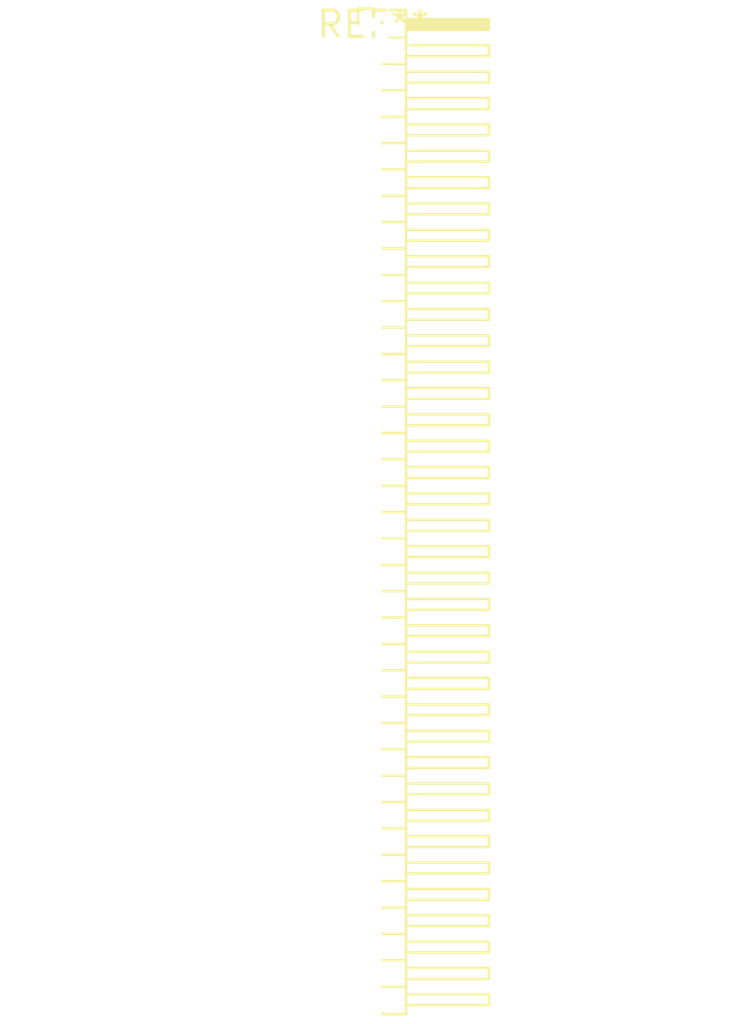
<source format=kicad_pcb>
(kicad_pcb (version 20240108) (generator pcbnew)
  (layers (0 "F.Cu" signal) (31 "B.Cu" signal) (34 "B.Paste" user) (35 "F.Paste" user) (36 "B.SilkS" user "B.Silkscreen") (37 "F.SilkS" user "F.Silkscreen") (38 "B.Mask" user) (39 "F.Mask" user) (44 "Edge.Cuts" user))
  (net 0 "")
  (footprint "PinHeader_1x38_P1.27mm_Horizontal" (layer "F.Cu") (at 0 0)
    (property "Reference" "REF**")
    (property "Value" "PinHeader_1x38_P1.27mm_Horizontal")
    (fp_line (start -0.76 -0.76) (end 0 -0.76) (layer "F.SilkS") (stroke (width 0.12)))
    (fp_line (start -0.76 0) (end -0.76 -0.76) (layer "F.SilkS") (stroke (width 0.12)))
    (fp_line (start 0.44 1.889677) (end 0.44 1.920323) (layer "F.SilkS") (stroke (width 0.12)))
    (fp_line (start 0.44 1.905) (end 1.56 1.905) (layer "F.SilkS") (stroke (width 0.12)))
    (fp_line (start 0.44 3.159677) (end 0.44 3.190323) (layer "F.SilkS") (stroke (width 0.12)))
    (fp_line (start 0.44 3.175) (end 1.56 3.175) (layer "F.SilkS") (stroke (width 0.12)))
    (fp_line (start 0.44 4.429677) (end 0.44 4.460323) (layer "F.SilkS") (stroke (width 0.12)))
    (fp_line (start 0.44 4.445) (end 1.56 4.445) (layer "F.SilkS") (stroke (width 0.12)))
    (fp_line (start 0.44 5.699677) (end 0.44 5.730323) (layer "F.SilkS") (stroke (width 0.12)))
    (fp_line (start 0.44 5.715) (end 1.56 5.715) (layer "F.SilkS") (stroke (width 0.12)))
    (fp_line (start 0.44 6.969677) (end 0.44 7.000323) (layer "F.SilkS") (stroke (width 0.12)))
    (fp_line (start 0.44 6.985) (end 1.56 6.985) (layer "F.SilkS") (stroke (width 0.12)))
    (fp_line (start 0.44 8.239677) (end 0.44 8.270323) (layer "F.SilkS") (stroke (width 0.12)))
    (fp_line (start 0.44 8.255) (end 1.56 8.255) (layer "F.SilkS") (stroke (width 0.12)))
    (fp_line (start 0.44 9.509677) (end 0.44 9.540323) (layer "F.SilkS") (stroke (width 0.12)))
    (fp_line (start 0.44 9.525) (end 1.56 9.525) (layer "F.SilkS") (stroke (width 0.12)))
    (fp_line (start 0.44 10.779677) (end 0.44 10.810323) (layer "F.SilkS") (stroke (width 0.12)))
    (fp_line (start 0.44 10.795) (end 1.56 10.795) (layer "F.SilkS") (stroke (width 0.12)))
    (fp_line (start 0.44 12.049677) (end 0.44 12.080323) (layer "F.SilkS") (stroke (width 0.12)))
    (fp_line (start 0.44 12.065) (end 1.56 12.065) (layer "F.SilkS") (stroke (width 0.12)))
    (fp_line (start 0.44 13.319677) (end 0.44 13.350323) (layer "F.SilkS") (stroke (width 0.12)))
    (fp_line (start 0.44 13.335) (end 1.56 13.335) (layer "F.SilkS") (stroke (width 0.12)))
    (fp_line (start 0.44 14.589677) (end 0.44 14.620323) (layer "F.SilkS") (stroke (width 0.12)))
    (fp_line (start 0.44 14.605) (end 1.56 14.605) (layer "F.SilkS") (stroke (width 0.12)))
    (fp_line (start 0.44 15.859677) (end 0.44 15.890323) (layer "F.SilkS") (stroke (width 0.12)))
    (fp_line (start 0.44 15.875) (end 1.56 15.875) (layer "F.SilkS") (stroke (width 0.12)))
    (fp_line (start 0.44 17.129677) (end 0.44 17.160323) (layer "F.SilkS") (stroke (width 0.12)))
    (fp_line (start 0.44 17.145) (end 1.56 17.145) (layer "F.SilkS") (stroke (width 0.12)))
    (fp_line (start 0.44 18.399677) (end 0.44 18.430323) (layer "F.SilkS") (stroke (width 0.12)))
    (fp_line (start 0.44 18.415) (end 1.56 18.415) (layer "F.SilkS") (stroke (width 0.12)))
    (fp_line (start 0.44 19.669677) (end 0.44 19.700323) (layer "F.SilkS") (stroke (width 0.12)))
    (fp_line (start 0.44 19.685) (end 1.56 19.685) (layer "F.SilkS") (stroke (width 0.12)))
    (fp_line (start 0.44 20.939677) (end 0.44 20.970323) (layer "F.SilkS") (stroke (width 0.12)))
    (fp_line (start 0.44 20.955) (end 1.56 20.955) (layer "F.SilkS") (stroke (width 0.12)))
    (fp_line (start 0.44 22.209677) (end 0.44 22.240323) (layer "F.SilkS") (stroke (width 0.12)))
    (fp_line (start 0.44 22.225) (end 1.56 22.225) (layer "F.SilkS") (stroke (width 0.12)))
    (fp_line (start 0.44 23.479677) (end 0.44 23.510323) (layer "F.SilkS") (stroke (width 0.12)))
    (fp_line (start 0.44 23.495) (end 1.56 23.495) (layer "F.SilkS") (stroke (width 0.12)))
    (fp_line (start 0.44 24.749677) (end 0.44 24.780323) (layer "F.SilkS") (stroke (width 0.12)))
    (fp_line (start 0.44 24.765) (end 1.56 24.765) (layer "F.SilkS") (stroke (width 0.12)))
    (fp_line (start 0.44 26.019677) (end 0.44 26.050323) (layer "F.SilkS") (stroke (width 0.12)))
    (fp_line (start 0.44 26.035) (end 1.56 26.035) (layer "F.SilkS") (stroke (width 0.12)))
    (fp_line (start 0.44 27.289677) (end 0.44 27.320323) (layer "F.SilkS") (stroke (width 0.12)))
    (fp_line (start 0.44 27.305) (end 1.56 27.305) (layer "F.SilkS") (stroke (width 0.12)))
    (fp_line (start 0.44 28.559677) (end 0.44 28.590323) (layer "F.SilkS") (stroke (width 0.12)))
    (fp_line (start 0.44 28.575) (end 1.56 28.575) (layer "F.SilkS") (stroke (width 0.12)))
    (fp_line (start 0.44 29.829677) (end 0.44 29.860323) (layer "F.SilkS") (stroke (width 0.12)))
    (fp_line (start 0.44 29.845) (end 1.56 29.845) (layer "F.SilkS") (stroke (width 0.12)))
    (fp_line (start 0.44 31.099677) (end 0.44 31.130323) (layer "F.SilkS") (stroke (width 0.12)))
    (fp_line (start 0.44 31.115) (end 1.56 31.115) (layer "F.SilkS") (stroke (width 0.12)))
    (fp_line (start 0.44 32.369677) (end 0.44 32.400323) (layer "F.SilkS") (stroke (width 0.12)))
    (fp_line (start 0.44 32.385) (end 1.56 32.385) (layer "F.SilkS") (stroke (width 0.12)))
    (fp_line (start 0.44 33.639677) (end 0.44 33.670323) (layer "F.SilkS") (stroke (width 0.12)))
    (fp_line (start 0.44 33.655) (end 1.56 33.655) (layer "F.SilkS") (stroke (width 0.12)))
    (fp_line (start 0.44 34.909677) (end 0.44 34.940323) (layer "F.SilkS") (stroke (width 0.12)))
    (fp_line (start 0.44 34.925) (end 1.56 34.925) (layer "F.SilkS") (stroke (width 0.12)))
    (fp_line (start 0.44 36.179677) (end 0.44 36.210323) (layer "F.SilkS") (stroke (width 0.12)))
    (fp_line (start 0.44 36.195) (end 1.56 36.195) (layer "F.SilkS") (stroke (width 0.12)))
    (fp_line (start 0.44 37.449677) (end 0.44 37.480323) (layer "F.SilkS") (stroke (width 0.12)))
    (fp_line (start 0.44 37.465) (end 1.56 37.465) (layer "F.SilkS") (stroke (width 0.12)))
    (fp_line (start 0.44 38.719677) (end 0.44 38.750323) (layer "F.SilkS") (stroke (width 0.12)))
    (fp_line (start 0.44 38.735) (end 1.56 38.735) (layer "F.SilkS") (stroke (width 0.12)))
    (fp_line (start 0.44 39.989677) (end 0.44 40.020323) (layer "F.SilkS") (stroke (width 0.12)))
    (fp_line (start 0.44 40.005) (end 1.56 40.005) (layer "F.SilkS") (stroke (width 0.12)))
    (fp_line (start 0.44 41.259677) (end 0.44 41.290323) (layer "F.SilkS") (stroke (width 0.12)))
    (fp_line (start 0.44 41.275) (end 1.56 41.275) (layer "F.SilkS") (stroke (width 0.12)))
    (fp_line (start 0.44 42.529677) (end 0.44 42.560323) (layer "F.SilkS") (stroke (width 0.12)))
    (fp_line (start 0.44 42.545) (end 1.56 42.545) (layer "F.SilkS") (stroke (width 0.12)))
    (fp_line (start 0.44 43.799677) (end 0.44 43.830323) (layer "F.SilkS") (stroke (width 0.12)))
    (fp_line (start 0.44 43.815) (end 1.56 43.815) (layer "F.SilkS") (stroke (width 0.12)))
    (fp_line (start 0.44 45.069677) (end 0.44 45.100323) (layer "F.SilkS") (stroke (width 0.12)))
    (fp_line (start 0.44 45.085) (end 1.56 45.085) (layer "F.SilkS") (stroke (width 0.12)))
    (fp_line (start 0.44 46.339677) (end 0.44 46.370323) (layer "F.SilkS") (stroke (width 0.12)))
    (fp_line (start 0.44 46.355) (end 1.56 46.355) (layer "F.SilkS") (stroke (width 0.12)))
    (fp_line (start 0.44 47.685) (end 0.44 47.609677) (layer "F.SilkS") (stroke (width 0.12)))
    (fp_line (start 0.76 -0.695) (end 1.56 -0.695) (layer "F.SilkS") (stroke (width 0.12)))
    (fp_line (start 0.76 0.635) (end 1.56 0.635) (layer "F.SilkS") (stroke (width 0.12)))
    (fp_line (start 1.56 -0.695) (end 1.56 47.685) (layer "F.SilkS") (stroke (width 0.12)))
    (fp_line (start 1.56 -0.26) (end 5.56 -0.26) (layer "F.SilkS") (stroke (width 0.12)))
    (fp_line (start 1.56 -0.2) (end 5.56 -0.2) (layer "F.SilkS") (stroke (width 0.12)))
    (fp_line (start 1.56 -0.08) (end 5.56 -0.08) (layer "F.SilkS") (stroke (width 0.12)))
    (fp_line (start 1.56 0.04) (end 5.56 0.04) (layer "F.SilkS") (stroke (width 0.12)))
    (fp_line (start 1.56 0.16) (end 5.56 0.16) (layer "F.SilkS") (stroke (width 0.12)))
    (fp_line (start 1.56 1.01) (end 5.56 1.01) (layer "F.SilkS") (stroke (width 0.12)))
    (fp_line (start 1.56 2.28) (end 5.56 2.28) (layer "F.SilkS") (stroke (width 0.12)))
    (fp_line (start 1.56 3.55) (end 5.56 3.55) (layer "F.SilkS") (stroke (width 0.12)))
    (fp_line (start 1.56 4.82) (end 5.56 4.82) (layer "F.SilkS") (stroke (width 0.12)))
    (fp_line (start 1.56 6.09) (end 5.56 6.09) (layer "F.SilkS") (stroke (width 0.12)))
    (fp_line (start 1.56 7.36) (end 5.56 7.36) (layer "F.SilkS") (stroke (width 0.12)))
    (fp_line (start 1.56 8.63) (end 5.56 8.63) (layer "F.SilkS") (stroke (width 0.12)))
    (fp_line (start 1.56 9.9) (end 5.56 9.9) (layer "F.SilkS") (stroke (width 0.12)))
    (fp_line (start 1.56 11.17) (end 5.56 11.17) (layer "F.SilkS") (stroke (width 0.12)))
    (fp_line (start 1.56 12.44) (end 5.56 12.44) (layer "F.SilkS") (stroke (width 0.12)))
    (fp_line (start 1.56 13.71) (end 5.56 13.71) (layer "F.SilkS") (stroke (width 0.12)))
    (fp_line (start 1.56 14.98) (end 5.56 14.98) (layer "F.SilkS") (stroke (width 0.12)))
    (fp_line (start 1.56 16.25) (end 5.56 16.25) (layer "F.SilkS") (stroke (width 0.12)))
    (fp_line (start 1.56 17.52) (end 5.56 17.52) (layer "F.SilkS") (stroke (width 0.12)))
    (fp_line (start 1.56 18.79) (end 5.56 18.79) (layer "F.SilkS") (stroke (width 0.12)))
    (fp_line (start 1.56 20.06) (end 5.56 20.06) (layer "F.SilkS") (stroke (width 0.12)))
    (fp_line (start 1.56 21.33) (end 5.56 21.33) (layer "F.SilkS") (stroke (width 0.12)))
    (fp_line (start 1.56 22.6) (end 5.56 22.6) (layer "F.SilkS") (stroke (width 0.12)))
    (fp_line (start 1.56 23.87) (end 5.56 23.87) (layer "F.SilkS") (stroke (width 0.12)))
    (fp_line (start 1.56 25.14) (end 5.56 25.14) (layer "F.SilkS") (stroke (width 0.12)))
    (fp_line (start 1.56 26.41) (end 5.56 26.41) (layer "F.SilkS") (stroke (width 0.12)))
    (fp_line (start 1.56 27.68) (end 5.56 27.68) (layer "F.SilkS") (stroke (width 0.12)))
    (fp_line (start 1.56 28.95) (end 5.56 28.95) (layer "F.SilkS") (stroke (width 0.12)))
    (fp_line (start 1.56 30.22) (end 5.56 30.22) (layer "F.SilkS") (stroke (width 0.12)))
    (fp_line (start 1.56 31.49) (end 5.56 31.49) (layer "F.SilkS") (stroke (width 0.12)))
    (fp_line (start 1.56 32.76) (end 5.56 32.76) (layer "F.SilkS") (stroke (width 0.12)))
    (fp_line (start 1.56 34.03) (end 5.56 34.03) (layer "F.SilkS") (stroke (width 0.12)))
    (fp_line (start 1.56 35.3) (end 5.56 35.3) (layer "F.SilkS") (stroke (width 0.12)))
    (fp_line (start 1.56 36.57) (end 5.56 36.57) (layer "F.SilkS") (stroke (width 0.12)))
    (fp_line (start 1.56 37.84) (end 5.56 37.84) (layer "F.SilkS") (stroke (width 0.12)))
    (fp_line (start 1.56 39.11) (end 5.56 39.11) (layer "F.SilkS") (stroke (width 0.12)))
    (fp_line (start 1.56 40.38) (end 5.56 40.38) (layer "F.SilkS") (stroke (width 0.12)))
    (fp_line (start 1.56 41.65) (end 5.56 41.65) (layer "F.SilkS") (stroke (width 0.12)))
    (fp_line (start 1.56 42.92) (end 5.56 42.92) (layer "F.SilkS") (stroke (width 0.12)))
    (fp_line (start 1.56 44.19) (end 5.56 44.19) (layer "F.SilkS") (stroke (width 0.12)))
    (fp_line (start 1.56 45.46) (end 5.56 45.46) (layer "F.SilkS") (stroke (width 0.12)))
    (fp_line (start 1.56 46.73) (end 5.56 46.73) (layer "F.SilkS") (stroke (width 0.12)))
    (fp_line (start 1.56 47.685) (end 0.44 47.685) (layer "F.SilkS") (stroke (width 0.12)))
    (fp_line (start 5.56 -0.26) (end 5.56 0.26) (layer "F.SilkS") (stroke (width 0.12)))
    (fp_line (start 5.56 0.26) (end 1.56 0.26) (layer "F.SilkS") (stroke (width 0.12)))
    (fp_line (start 5.56 1.01) (end 5.56 1.53) (layer "F.SilkS") (stroke (width 0.12)))
    (fp_line (start 5.56 1.53) (end 1.56 1.53) (layer "F.SilkS") (stroke (width 0.12)))
    (fp_line (start 5.56 2.28) (end 5.56 2.8) (layer "F.SilkS") (stroke (width 0.12)))
    (fp_line (start 5.56 2.8) (end 1.56 2.8) (layer "F.SilkS") (stroke (width 0.12)))
    (fp_line (start 5.56 3.55) (end 5.56 4.07) (layer "F.SilkS") (stroke (width 0.12)))
    (fp_line (start 5.56 4.07) (end 1.56 4.07) (layer "F.SilkS") (stroke (width 0.12)))
    (fp_line (start 5.56 4.82) (end 5.56 5.34) (layer "F.SilkS") (stroke (width 0.12)))
    (fp_line (start 5.56 5.34) (end 1.56 5.34) (layer "F.SilkS") (stroke (width 0.12)))
    (fp_line (start 5.56 6.09) (end 5.56 6.61) (layer "F.SilkS") (stroke (width 0.12)))
    (fp_line (start 5.56 6.61) (end 1.56 6.61) (layer "F.SilkS") (stroke (width 0.12)))
    (fp_line (start 5.56 7.36) (end 5.56 7.88) (layer "F.SilkS") (stroke (width 0.12)))
    (fp_line (start 5.56 7.88) (end 1.56 7.88) (layer "F.SilkS") (stroke (width 0.12)))
    (fp_line (start 5.56 8.63) (end 5.56 9.15) (layer "F.SilkS") (stroke (width 0.12)))
    (fp_line (start 5.56 9.15) (end 1.56 9.15) (layer "F.SilkS") (stroke (width 0.12)))
    (fp_line (start 5.56 9.9) (end 5.56 10.42) (layer "F.SilkS") (stroke (width 0.12)))
    (fp_line (start 5.56 10.42) (end 1.56 10.42) (layer "F.SilkS") (stroke (width 0.12)))
    (fp_line (start 5.56 11.17) (end 5.56 11.69) (layer "F.SilkS") (stroke (width 0.12)))
    (fp_line (start 5.56 11.69) (end 1.56 11.69) (layer "F.SilkS") (stroke (width 0.12)))
    (fp_line (start 5.56 12.44) (end 5.56 12.96) (layer "F.SilkS") (stroke (width 0.12)))
    (fp_line (start 5.56 12.96) (end 1.56 12.96) (layer "F.SilkS") (stroke (width 0.12)))
    (fp_line (start 5.56 13.71) (end 5.56 14.23) (layer "F.SilkS") (stroke (width 0.12)))
    (fp_line (start 5.56 14.23) (end 1.56 14.23) (layer "F.SilkS") (stroke (width 0.12)))
    (fp_line (start 5.56 14.98) (end 5.56 15.5) (layer "F.SilkS") (stroke (width 0.12)))
    (fp_line (start 5.56 15.5) (end 1.56 15.5) (layer "F.SilkS") (stroke (width 0.12)))
    (fp_line (start 5.56 16.25) (end 5.56 16.77) (layer "F.SilkS") (stroke (width 0.12)))
    (fp_line (start 5.56 16.77) (end 1.56 16.77) (layer "F.SilkS") (stroke (width 0.12)))
    (fp_line (start 5.56 17.52) (end 5.56 18.04) (layer "F.SilkS") (stroke (width 0.12)))
    (fp_line (start 5.56 18.04) (end 1.56 18.04) (layer "F.SilkS") (stroke (width 0.12)))
    (fp_line (start 5.56 18.79) (end 5.56 19.31) (layer "F.SilkS") (stroke (width 0.12)))
    (fp_line (start 5.56 19.31) (end 1.56 19.31) (layer "F.SilkS") (stroke (width 0.12)))
    (fp_line (start 5.56 20.06) (end 5.56 20.58) (layer "F.SilkS") (stroke (width 0.12)))
    (fp_line (start 5.56 20.58) (end 1.56 20.58) (layer "F.SilkS") (stroke (width 0.12)))
    (fp_line (start 5.56 21.33) (end 5.56 21.85) (layer "F.SilkS") (stroke (width 0.12)))
    (fp_line (start 5.56 21.85) (end 1.56 21.85) (layer "F.SilkS") (stroke (width 0.12)))
    (fp_line (start 5.56 22.6) (end 5.56 23.12) (layer "F.SilkS") (stroke (width 0.12)))
    (fp_line (start 5.56 23.12) (end 1.56 23.12) (layer "F.SilkS") (stroke (width 0.12)))
    (fp_line (start 5.56 23.87) (end 5.56 24.39) (layer "F.SilkS") (stroke (width 0.12)))
    (fp_line (start 5.56 24.39) (end 1.56 24.39) (layer "F.SilkS") (stroke (width 0.12)))
    (fp_line (start 5.56 25.14) (end 5.56 25.66) (layer "F.SilkS") (stroke (width 0.12)))
    (fp_line (start 5.56 25.66) (end 1.56 25.66) (layer "F.SilkS") (stroke (width 0.12)))
    (fp_line (start 5.56 26.41) (end 5.56 26.93) (layer "F.SilkS") (stroke (width 0.12)))
    (fp_line (start 5.56 26.93) (end 1.56 26.93) (layer "F.SilkS") (stroke (width 0.12)))
    (fp_line (start 5.56 27.68) (end 5.56 28.2) (layer "F.SilkS") (stroke (width 0.12)))
    (fp_line (start 5.56 28.2) (end 1.56 28.2) (layer "F.SilkS") (stroke (width 0.12)))
    (fp_line (start 5.56 28.95) (end 5.56 29.47) (layer "F.SilkS") (stroke (width 0.12)))
    (fp_line (start 5.56 29.47) (end 1.56 29.47) (layer "F.SilkS") (stroke (width 0.12)))
    (fp_line (start 5.56 30.22) (end 5.56 30.74) (layer "F.SilkS") (stroke (width 0.12)))
    (fp_line (start 5.56 30.74) (end 1.56 30.74) (layer "F.SilkS") (stroke (width 0.12)))
    (fp_line (start 5.56 31.49) (end 5.56 32.01) (layer "F.SilkS") (stroke (width 0.12)))
    (fp_line (start 5.56 32.01) (end 1.56 32.01) (layer "F.SilkS") (stroke (width 0.12)))
    (fp_line (start 5.56 32.76) (end 5.56 33.28) (layer "F.SilkS") (stroke (width 0.12)))
    (fp_line (start 5.56 33.28) (end 1.56 33.28) (layer "F.SilkS") (stroke (width 0.12)))
    (fp_line (start 5.56 34.03) (end 5.56 34.55) (layer "F.SilkS") (stroke (width 0.12)))
    (fp_line (start 5.56 34.55) (end 1.56 34.55) (layer "F.SilkS") (stroke (width 0.12)))
    (fp_line (start 5.56 35.3) (end 5.56 35.82) (layer "F.SilkS") (stroke (width 0.12)))
    (fp_line (start 5.56 35.82) (end 1.56 35.82) (layer "F.SilkS") (stroke (width 0.12)))
    (fp_line (start 5.56 36.57) (end 5.56 37.09) (layer "F.SilkS") (stroke (width 0.12)))
    (fp_line (start 5.56 37.09) (end 1.56 37.09) (layer "F.SilkS") (stroke (width 0.12)))
    (fp_line (start 5.56 37.84) (end 5.56 38.36) (layer "F.SilkS") (stroke (width 0.12)))
    (fp_line (start 5.56 38.36) (end 1.56 38.36) (layer "F.SilkS") (stroke (width 0.12)))
    (fp_line (start 5.56 39.11) (end 5.56 39.63) (layer "F.SilkS") (stroke (width 0.12)))
    (fp_line (start 5.56 39.63) (end 1.56 39.63) (layer "F.SilkS") (stroke (width 0.12)))
    (fp_line (start 5.56 40.38) (end 5.56 40.9) (layer "F.SilkS") (stroke (width 0.12)))
    (fp_line (start 5.56 40.9) (end 1.56 40.9) (layer "F.SilkS") (stroke (width 0.12)))
    (fp_line (start 5.56 41.65) (end 5.56 42.17) (layer "F.SilkS") (stroke (width 0.12)))
    (fp_line (start 5.56 42.17) (end 1.56 42.17) (layer "F.SilkS") (stroke (width 0.12)))
    (fp_line (start 5.56 42.92) (end 5.56 43.44) (layer "F.SilkS") (stroke (width 0.12)))
    (fp_line (start 5.56 43.44) (end 1.56 43.44) (layer "F.SilkS") (stroke (width 0.12)))
    (fp_line (start 5.56 44.19) (end 5.56 44.71) (layer "F.SilkS") (stroke (width 0.12)))
    (fp_line (start 5.56 44.71) (end 1.56 44.71) (layer "F.SilkS") (stroke (width 0.12)))
    (fp_line (start 5.56 45.46) (end 5.56 45.98) (layer "F.SilkS") (stroke (width 0.12)))
    (fp_line (start 5.56 45.98) (end 1.56 45.98) (layer "F.SilkS") (stroke (width 0.12)))
    (fp_line (start 5.56 46.73) (end 5.56 47.25) (layer "F.SilkS") (stroke (width 0.12)))
    (fp_line (start 5.56 47.25) (end 1.56 47.25) (layer "F.SilkS") (stroke (width 0.12)))
    (pad "1" thru_hole rect (at 0 0) (size 1 1) (drill 0.65) (layers *.Cu *.Mask) (remove_unused_layers))
    (pad "2" thru_hole oval (at 0 1.27) (size 1 1) (drill 0.65) (layers *.Cu *.Mask) (remove_unused_layers))
    (pad "3" thru_hole oval (at 0 2.54) (size 1 1) (drill 0.65) (layers *.Cu *.Mask) (remove_unused_layers))
    (pad "4" thru_hole oval (at 0 3.81) (size 1 1) (drill 0.65) (layers *.Cu *.Mask) (remove_unused_layers))
    (pad "5" thru_hole oval (at 0 5.08) (size 1 1) (drill 0.65) (layers *.Cu *.Mask) (remove_unused_layers))
    (pad "6" thru_hole oval (at 0 6.35) (size 1 1) (drill 0.65) (layers *.Cu *.Mask) (remove_unused_layers))
    (pad "7" thru_hole oval (at 0 7.62) (size 1 1) (drill 0.65) (layers *.Cu *.Mask) (remove_unused_layers))
    (pad "8" thru_hole oval (at 0 8.89) (size 1 1) (drill 0.65) (layers *.Cu *.Mask) (remove_unused_layers))
    (pad "9" thru_hole oval (at 0 10.16) (size 1 1) (drill 0.65) (layers *.Cu *.Mask) (remove_unused_layers))
    (pad "10" thru_hole oval (at 0 11.43) (size 1 1) (drill 0.65) (layers *.Cu *.Mask) (remove_unused_layers))
    (pad "11" thru_hole oval (at 0 12.7) (size 1 1) (drill 0.65) (layers *.Cu *.Mask) (remove_unused_layers))
    (pad "12" thru_hole oval (at 0 13.97) (size 1 1) (drill 0.65) (layers *.Cu *.Mask) (remove_unused_layers))
    (pad "13" thru_hole oval (at 0 15.24) (size 1 1) (drill 0.65) (layers *.Cu *.Mask) (remove_unused_layers))
    (pad "14" thru_hole oval (at 0 16.51) (size 1 1) (drill 0.65) (layers *.Cu *.Mask) (remove_unused_layers))
    (pad "15" thru_hole oval (at 0 17.78) (size 1 1) (drill 0.65) (layers *.Cu *.Mask) (remove_unused_layers))
    (pad "16" thru_hole oval (at 0 19.05) (size 1 1) (drill 0.65) (layers *.Cu *.Mask) (remove_unused_layers))
    (pad "17" thru_hole oval (at 0 20.32) (size 1 1) (drill 0.65) (layers *.Cu *.Mask) (remove_unused_layers))
    (pad "18" thru_hole oval (at 0 21.59) (size 1 1) (drill 0.65) (layers *.Cu *.Mask) (remove_unused_layers))
    (pad "19" thru_hole oval (at 0 22.86) (size 1 1) (drill 0.65) (layers *.Cu *.Mask) (remove_unused_layers))
    (pad "20" thru_hole oval (at 0 24.13) (size 1 1) (drill 0.65) (layers *.Cu *.Mask) (remove_unused_layers))
    (pad "21" thru_hole oval (at 0 25.4) (size 1 1) (drill 0.65) (layers *.Cu *.Mask) (remove_unused_layers))
    (pad "22" thru_hole oval (at 0 26.67) (size 1 1) (drill 0.65) (layers *.Cu *.Mask) (remove_unused_layers))
    (pad "23" thru_hole oval (at 0 27.94) (size 1 1) (drill 0.65) (layers *.Cu *.Mask) (remove_unused_layers))
    (pad "24" thru_hole oval (at 0 29.21) (size 1 1) (drill 0.65) (layers *.Cu *.Mask) (remove_unused_layers))
    (pad "25" thru_hole oval (at 0 30.48) (size 1 1) (drill 0.65) (layers *.Cu *.Mask) (remove_unused_layers))
    (pad "26" thru_hole oval (at 0 31.75) (size 1 1) (drill 0.65) (layers *.Cu *.Mask) (remove_unused_layers))
    (pad "27" thru_hole oval (at 0 33.02) (size 1 1) (drill 0.65) (layers *.Cu *.Mask) (remove_unused_layers))
    (pad "28" thru_hole oval (at 0 34.29) (size 1 1) (drill 0.65) (layers *.Cu *.Mask) (remove_unused_layers))
    (pad "29" thru_hole oval (at 0 35.56) (size 1 1) (drill 0.65) (layers *.Cu *.Mask) (remove_unused_layers))
    (pad "30" thru_hole oval (at 0 36.83) (size 1 1) (drill 0.65) (layers *.Cu *.Mask) (remove_unused_layers))
    (pad "31" thru_hole oval (at 0 38.1) (size 1 1) (drill 0.65) (layers *.Cu *.Mask) (remove_unused_layers))
    (pad "32" thru_hole oval (at 0 39.37) (size 1 1) (drill 0.65) (layers *.Cu *.Mask) (remove_unused_layers))
    (pad "33" thru_hole oval (at 0 40.64) (size 1 1) (drill 0.65) (layers *.Cu *.Mask) (remove_unused_layers))
    (pad "34" thru_hole oval (at 0 41.91) (size 1 1) (drill 0.65) (layers *.Cu *.Mask) (remove_unused_layers))
    (pad "35" thru_hole oval (at 0 43.18) (size 1 1) (drill 0.65) (layers *.Cu *.Mask) (remove_unused_layers))
    (pad "36" thru_hole oval (at 0 44.45) (size 1 1) (drill 0.65) (layers *.Cu *.Mask) (remove_unused_layers))
    (pad "37" thru_hole oval (at 0 45.72) (size 1 1) (drill 0.65) (layers *.Cu *.Mask) (remove_unused_layers))
    (pad "38" thru_hole oval (at 0 46.99) (size 1 1) (drill 0.65) (layers *.Cu *.Mask) (remove_unused_layers))
  )
)
</source>
